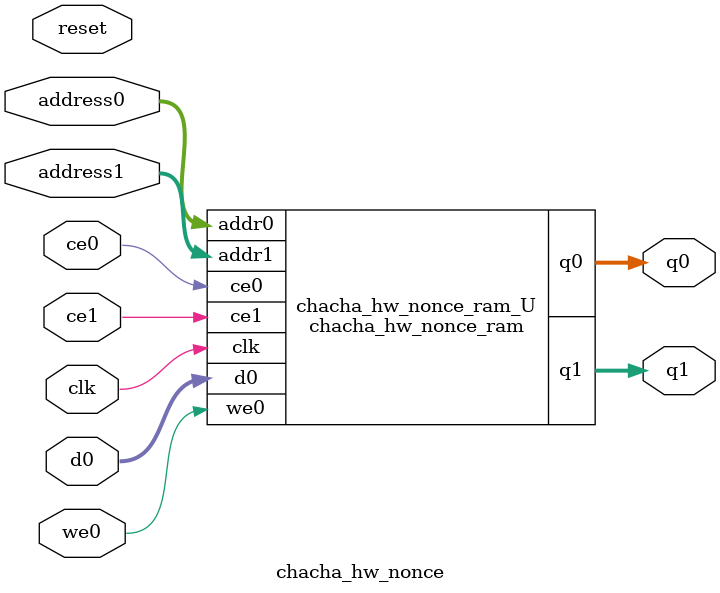
<source format=v>
`timescale 1 ns / 1 ps
module chacha_hw_nonce_ram (addr0, ce0, d0, we0, q0, addr1, ce1, q1,  clk);

parameter DWIDTH = 8;
parameter AWIDTH = 5;
parameter MEM_SIZE = 24;

input[AWIDTH-1:0] addr0;
input ce0;
input[DWIDTH-1:0] d0;
input we0;
output reg[DWIDTH-1:0] q0;
input[AWIDTH-1:0] addr1;
input ce1;
output reg[DWIDTH-1:0] q1;
input clk;

(* ram_style = "distributed" *)reg [DWIDTH-1:0] ram[0:MEM_SIZE-1];




always @(posedge clk)  
begin 
    if (ce0) 
    begin
        if (we0) 
        begin 
            ram[addr0] <= d0; 
        end 
        q0 <= ram[addr0];
    end
end


always @(posedge clk)  
begin 
    if (ce1) 
    begin
        q1 <= ram[addr1];
    end
end


endmodule

`timescale 1 ns / 1 ps
module chacha_hw_nonce(
    reset,
    clk,
    address0,
    ce0,
    we0,
    d0,
    q0,
    address1,
    ce1,
    q1);

parameter DataWidth = 32'd8;
parameter AddressRange = 32'd24;
parameter AddressWidth = 32'd5;
input reset;
input clk;
input[AddressWidth - 1:0] address0;
input ce0;
input we0;
input[DataWidth - 1:0] d0;
output[DataWidth - 1:0] q0;
input[AddressWidth - 1:0] address1;
input ce1;
output[DataWidth - 1:0] q1;



chacha_hw_nonce_ram chacha_hw_nonce_ram_U(
    .clk( clk ),
    .addr0( address0 ),
    .ce0( ce0 ),
    .we0( we0 ),
    .d0( d0 ),
    .q0( q0 ),
    .addr1( address1 ),
    .ce1( ce1 ),
    .q1( q1 ));

endmodule


</source>
